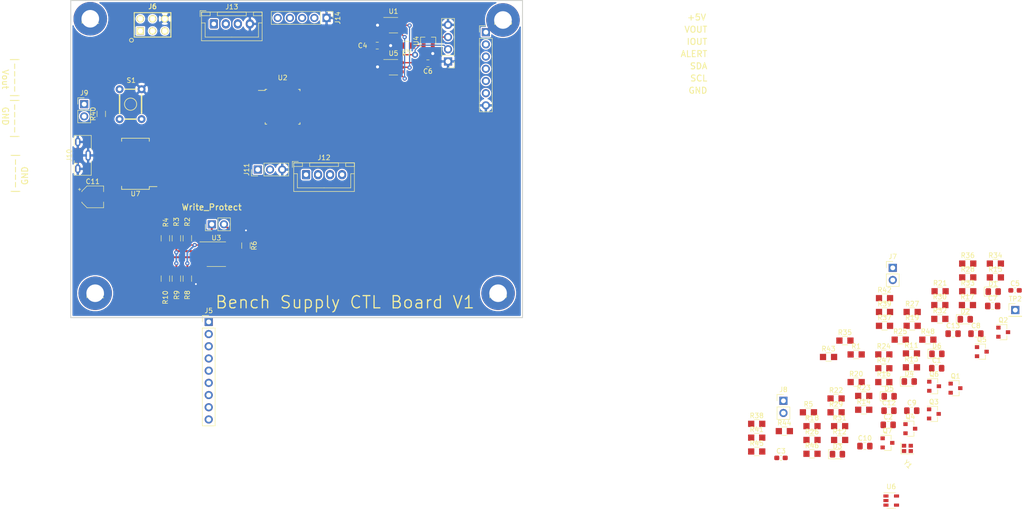
<source format=kicad_pcb>
(kicad_pcb (version 20171130) (host pcbnew "(5.1.5)-3")
  (layers (0 F.Cu signal) (31 B.Cu signal) (34 B.Paste user hide) (35 F.Paste user hide) (36 B.SilkS user hide) (37 F.SilkS user) (38 B.Mask user hide) (39 F.Mask user hide) (44 Edge.Cuts user))
  (net 0 "")
  (net 1 GND)
  (net 2 +5V)
  (net 3 BB_IOUT)
  (net 4 VOUT)
  (net 5 SCL)
  (net 6 SDA)
  (net 7 BB_ALERT)
  (net 8 "Net-(C3-Pad2)")
  (net 9 "Net-(C5-Pad2)")
  (net 10 "Net-(R2-Pad1)")
  (net 11 "Net-(C2-Pad1)")
  (net 12 VREF_2.5)
  (net 13 "Net-(C8-Pad2)")
  (net 14 +3.3V)
  (net 15 RESET)
  (net 16 "Net-(C13-Pad1)")
  (net 17 "Net-(D1-Pad1)")
  (net 18 "Net-(D2-Pad1)")
  (net 19 "Net-(D3-Pad1)")
  (net 20 "Net-(D4-Pad1)")
  (net 21 "Net-(D5-Pad1)")
  (net 22 "Net-(D6-Pad1)")
  (net 23 DISP_CS_3.3)
  (net 24 DISP_RESET_3.3)
  (net 25 DISP_DC_3.3)
  (net 26 MOSI_3.3)
  (net 27 SCK_3.3)
  (net 28 "Net-(J5-Pad7)")
  (net 29 MISO_3.3)
  (net 30 MISO)
  (net 31 SCK)
  (net 32 MOSI)
  (net 33 USB_D+)
  (net 34 USB_D-)
  (net 35 PB2_IO)
  (net 36 ADC0)
  (net 37 ADC1)
  (net 38 ADC2)
  (net 39 ADC3)
  (net 40 "Net-(Q3-Pad2)")
  (net 41 "Net-(Q3-Pad3)")
  (net 42 "Net-(Q4-Pad3)")
  (net 43 "Net-(Q4-Pad2)")
  (net 44 "Net-(Q5-Pad2)")
  (net 45 "Net-(Q5-Pad3)")
  (net 46 DISP_RESET)
  (net 47 "Net-(R3-Pad1)")
  (net 48 "Net-(R10-Pad2)")
  (net 49 "Net-(J1-Pad2)")
  (net 50 3.3V)
  (net 51 LED_PWM)
  (net 52 DISP_DC)
  (net 53 DISP_CS)
  (net 54 "Net-(R45-Pad2)")
  (net 55 "Net-(R46-Pad2)")
  (net 56 VOUT_DAC1)
  (net 57 VOUT_DAC2)
  (module Connector_PinHeader_2.54mm:PinHeader_1x07_P2.54mm_Vertical (layer F.Cu) (at 160.02 59.944)
    (fp_text reference J4 hide)
    (fp_text value "0.1\" Header")
    (pad 7 thru_hole oval (at 0 15.24) (size 1.7 1.7) (drill 1) (layers *.Cu *.Mask) (net 1 GND))
    (pad 6 thru_hole oval (at 0 12.7) (size 1.7 1.7) (drill 1) (layers *.Cu *.Mask) (net 5 SCL))
    (pad 5 thru_hole oval (at 0 10.16) (size 1.7 1.7) (drill 1) (layers *.Cu *.Mask) (net 6 SDA))
    (pad 4 thru_hole oval (at 0 7.62) (size 1.7 1.7) (drill 1) (layers *.Cu *.Mask) (net 7 BB_ALERT))
    (pad 3 thru_hole oval (at 0 5.08) (size 1.7 1.7) (drill 1) (layers *.Cu *.Mask) (net 3 BB_IOUT))
    (pad 2 thru_hole oval (at 0 2.54) (size 1.7 1.7) (drill 1) (layers *.Cu *.Mask) (net 4 VOUT))
    (pad 1 thru_hole rect (at 0 0) (size 1.7 1.7) (drill 1) (layers *.Cu *.Mask) (net 2 +5V))
  )
  (module "Rays Footprints:Mount-Hole-#6" (layer F.Cu) (at 78.74 114.3)
    (fp_text reference MTH2 (at 0 0.5) (layer F.SilkS))
    (fp_text value "Mount Hole")
    (pad 1 thru_hole circle (at 0 0) (size 6.985 6.985) (drill 3.6576) (layers *.Cu *.Mask))
  )
  (module "Rays Footprints:Mount-Hole-#6" (layer F.Cu) (at 162.56 114.3)
    (fp_text reference MTH4 (at 0 0.5) (layer F.SilkS))
    (fp_text value "Mount Hole")
    (pad 1 thru_hole circle (at 0 0) (size 6.985 6.985) (drill 3.6576) (layers *.Cu *.Mask))
  )
  (module "Rays Footprints:C_0805_HandSoldering" (layer F.Cu) (at 253.804601 129.923001)
    (fp_text reference C1 (at 0 -1.65) (layer F.SilkS))
    (fp_text value 100n)
    (pad 2 smd roundrect (at 1.025 0) (size 1.15 1.4) (layers F.Cu F.Paste F.Mask) (roundrect_rratio 0.217) (net 1 GND))
    (pad 1 smd roundrect (at -1.025 0) (size 1.15 1.4) (layers F.Cu F.Paste F.Mask) (roundrect_rratio 0.217) (net 2 +5V))
  )
  (module "Rays Footprints:C_0805_HandSoldering" (layer F.Cu) (at 243.714601 141.713001)
    (fp_text reference C2 (at 0 -1.65) (layer F.SilkS))
    (fp_text value 100n)
    (pad 2 smd roundrect (at 1.025 0) (size 1.15 1.4) (layers F.Cu F.Paste F.Mask) (roundrect_rratio 0.217) (net 1 GND))
    (pad 1 smd roundrect (at -1.025 0) (size 1.15 1.4) (layers F.Cu F.Paste F.Mask) (roundrect_rratio 0.217) (net 11 "Net-(C2-Pad1)"))
  )
  (module "Rays Footprints:C_0603_HandSoldering" (layer F.Cu) (at 221.414601 148.593001)
    (fp_text reference C3 (at 0 -1.43) (layer F.SilkS))
    (fp_text value 15p)
    (pad 1 smd roundrect (at -0.875 0) (size 1.05 0.95) (layers F.Cu F.Paste F.Mask) (net 1 GND))
    (pad 2 smd roundrect (at 0.875 0) (size 1.05 0.95) (layers F.Cu F.Paste F.Mask) (net 8 "Net-(C3-Pad2)"))
  )
  (module "Rays Footprints:C_0805_HandSoldering" (layer F.Cu) (at 137.423 62.738 180)
    (fp_text reference C4 (at 3.048 0) (layer F.SilkS))
    (fp_text value 0.1u)
    (pad 2 smd roundrect (at 1.025 0 180) (size 1.15 1.4) (layers F.Cu F.Paste F.Mask) (roundrect_rratio 0.217) (net 2 +5V))
    (pad 1 smd roundrect (at -1.025 0 180) (size 1.15 1.4) (layers F.Cu F.Paste F.Mask) (roundrect_rratio 0.217) (net 1 GND))
  )
  (module "Rays Footprints:C_0603_HandSoldering" (layer F.Cu) (at 270.104601 113.703001)
    (fp_text reference C5 (at 0 -1.43) (layer F.SilkS))
    (fp_text value 15p)
    (pad 2 smd roundrect (at 0.875 0) (size 1.05 0.95) (layers F.Cu F.Paste F.Mask) (net 9 "Net-(C5-Pad2)"))
    (pad 1 smd roundrect (at -0.875 0) (size 1.05 0.95) (layers F.Cu F.Paste F.Mask) (net 1 GND))
  )
  (module "Rays Footprints:C_0805_HandSoldering" (layer F.Cu) (at 147.964 66.421 180)
    (fp_text reference C6 (at 0 -1.65) (layer F.SilkS))
    (fp_text value 0.1u)
    (pad 1 smd roundrect (at -1.025 0 180) (size 1.15 1.4) (layers F.Cu F.Paste F.Mask) (roundrect_rratio 0.217) (net 1 GND))
    (pad 2 smd roundrect (at 1.025 0 180) (size 1.15 1.4) (layers F.Cu F.Paste F.Mask) (roundrect_rratio 0.217) (net 12 VREF_2.5))
  )
  (module "Rays Footprints:C_0805_HandSoldering" (layer F.Cu) (at 265.454601 116.963001)
    (fp_text reference C7 (at 0 -1.65) (layer F.SilkS))
    (fp_text value 0.1u)
    (pad 1 smd roundrect (at -1.025 0) (size 1.15 1.4) (layers F.Cu F.Paste F.Mask) (roundrect_rratio 0.217) (net 2 +5V))
    (pad 2 smd roundrect (at 1.025 0) (size 1.15 1.4) (layers F.Cu F.Paste F.Mask) (roundrect_rratio 0.217) (net 1 GND))
  )
  (module "Rays Footprints:C_0805_HandSoldering" (layer F.Cu) (at 261.964601 122.723001)
    (fp_text reference C8 (at 0 -1.65) (layer F.SilkS))
    (fp_text value 0.1u)
    (pad 1 smd roundrect (at -1.025 0) (size 1.15 1.4) (layers F.Cu F.Paste F.Mask) (roundrect_rratio 0.217) (net 1 GND))
    (pad 2 smd roundrect (at 1.025 0) (size 1.15 1.4) (layers F.Cu F.Paste F.Mask) (roundrect_rratio 0.217) (net 13 "Net-(C8-Pad2)"))
  )
  (module "Rays Footprints:C_0805_HandSoldering" (layer F.Cu) (at 248.624601 138.763001)
    (fp_text reference C9 (at 0 -1.65) (layer F.SilkS))
    (fp_text value 1.0u)
    (pad 2 smd roundrect (at 1.025 0) (size 1.15 1.4) (layers F.Cu F.Paste F.Mask) (roundrect_rratio 0.217) (net 2 +5V))
    (pad 1 smd roundrect (at -1.025 0) (size 1.15 1.4) (layers F.Cu F.Paste F.Mask) (roundrect_rratio 0.217) (net 1 GND))
  )
  (module "Rays Footprints:C_0805_HandSoldering" (layer F.Cu) (at 238.864601 146.133001)
    (fp_text reference C10 (at 0 -1.65) (layer F.SilkS))
    (fp_text value 1.0u)
    (pad 1 smd roundrect (at -1.025 0) (size 1.15 1.4) (layers F.Cu F.Paste F.Mask) (roundrect_rratio 0.217) (net 1 GND))
    (pad 2 smd roundrect (at 1.025 0) (size 1.15 1.4) (layers F.Cu F.Paste F.Mask) (roundrect_rratio 0.217) (net 14 +3.3V))
  )
  (module Capacitor_SMD:CP_Elec_4x4.5 (layer F.Cu) (at 78.232 94.234)
    (fp_text reference C11 (at 0 -3.2) (layer F.SilkS))
    (fp_text value 10u)
    (pad 1 smd roundrect (at -1.8 0) (size 2.6 1.6) (layers F.Cu F.Paste F.Mask) (roundrect_rratio 0.15625) (net 2 +5V))
    (pad 2 smd roundrect (at 1.8 0) (size 2.6 1.6) (layers F.Cu F.Paste F.Mask) (roundrect_rratio 0.15625) (net 1 GND))
  )
  (module "Rays Footprints:C_0805_HandSoldering" (layer F.Cu) (at 243.874601 138.763001)
    (fp_text reference C12 (at 0 -1.65) (layer F.SilkS))
    (fp_text value 0.1u)
    (pad 1 smd roundrect (at -1.025 0) (size 1.15 1.4) (layers F.Cu F.Paste F.Mask) (roundrect_rratio 0.217) (net 2 +5V))
    (pad 2 smd roundrect (at 1.025 0) (size 1.15 1.4) (layers F.Cu F.Paste F.Mask) (roundrect_rratio 0.217) (net 1 GND))
  )
  (module "Rays Footprints:C_0805_HandSoldering" (layer F.Cu) (at 257.214601 122.723001)
    (fp_text reference C13 (at 0 -1.65) (layer F.SilkS))
    (fp_text value 0.1u)
    (pad 2 smd roundrect (at 1.025 0) (size 1.15 1.4) (layers F.Cu F.Paste F.Mask) (roundrect_rratio 0.217) (net 15 RESET))
    (pad 1 smd roundrect (at -1.025 0) (size 1.15 1.4) (layers F.Cu F.Paste F.Mask) (roundrect_rratio 0.217) (net 16 "Net-(C13-Pad1)"))
  )
  (module LED_SMD:LED_0805_2012Metric_Pad1.15x1.40mm_HandSolder (layer F.Cu) (at 265.559601 113.968001)
    (fp_text reference D1 (at 0 -1.65) (layer F.SilkS))
    (fp_text value LED)
    (pad 2 smd roundrect (at 1.025 0) (size 1.15 1.4) (layers F.Cu F.Paste F.Mask) (roundrect_rratio 0.217391) (net 2 +5V))
    (pad 1 smd roundrect (at -1.025 0) (size 1.15 1.4) (layers F.Cu F.Paste F.Mask) (roundrect_rratio 0.217391) (net 17 "Net-(D1-Pad1)"))
  )
  (module LED_SMD:LED_0805_2012Metric_Pad1.15x1.40mm_HandSolder (layer F.Cu) (at 259.749601 119.728001)
    (fp_text reference D2 (at 0 -1.65) (layer F.SilkS))
    (fp_text value LED)
    (pad 1 smd roundrect (at -1.025 0) (size 1.15 1.4) (layers F.Cu F.Paste F.Mask) (roundrect_rratio 0.217391) (net 18 "Net-(D2-Pad1)"))
    (pad 2 smd roundrect (at 1.025 0) (size 1.15 1.4) (layers F.Cu F.Paste F.Mask) (roundrect_rratio 0.217391) (net 2 +5V))
  )
  (module LED_SMD:LED_0805_2012Metric_Pad1.15x1.40mm_HandSolder (layer F.Cu) (at 233.159601 147.818001)
    (fp_text reference D3 (at 0 -1.65) (layer F.SilkS))
    (fp_text value LED)
    (pad 2 smd roundrect (at 1.025 0) (size 1.15 1.4) (layers F.Cu F.Paste F.Mask) (roundrect_rratio 0.217391) (net 2 +5V))
    (pad 1 smd roundrect (at -1.025 0) (size 1.15 1.4) (layers F.Cu F.Paste F.Mask) (roundrect_rratio 0.217391) (net 19 "Net-(D3-Pad1)"))
  )
  (module LED_SMD:LED_0805_2012Metric_Pad1.15x1.40mm_HandSolder (layer F.Cu) (at 248.099601 132.688001)
    (fp_text reference D4 (at 0 -1.65) (layer F.SilkS))
    (fp_text value LED)
    (pad 1 smd roundrect (at -1.025 0) (size 1.15 1.4) (layers F.Cu F.Paste F.Mask) (roundrect_rratio 0.217391) (net 20 "Net-(D4-Pad1)"))
    (pad 2 smd roundrect (at 1.025 0) (size 1.15 1.4) (layers F.Cu F.Paste F.Mask) (roundrect_rratio 0.217391) (net 2 +5V))
  )
  (module LED_SMD:LED_0805_2012Metric_Pad1.15x1.40mm_HandSolder (layer F.Cu) (at 243.919601 135.768001)
    (fp_text reference D5 (at 0 -1.65) (layer F.SilkS))
    (fp_text value LED)
    (pad 1 smd roundrect (at -1.025 0) (size 1.15 1.4) (layers F.Cu F.Paste F.Mask) (roundrect_rratio 0.217391) (net 21 "Net-(D5-Pad1)"))
    (pad 2 smd roundrect (at 1.025 0) (size 1.15 1.4) (layers F.Cu F.Paste F.Mask) (roundrect_rratio 0.217391) (net 2 +5V))
  )
  (module LED_SMD:LED_0805_2012Metric_Pad1.15x1.40mm_HandSolder (layer F.Cu) (at 253.849601 126.928001)
    (fp_text reference D6 (at 0 -1.65) (layer F.SilkS))
    (fp_text value LED)
    (pad 2 smd roundrect (at 1.025 0) (size 1.15 1.4) (layers F.Cu F.Paste F.Mask) (roundrect_rratio 0.217391) (net 14 +3.3V))
    (pad 1 smd roundrect (at -1.025 0) (size 1.15 1.4) (layers F.Cu F.Paste F.Mask) (roundrect_rratio 0.217391) (net 22 "Net-(D6-Pad1)"))
  )
  (module Connector_PinHeader_2.54mm:PinHeader_1x09_P2.54mm_Vertical (layer F.Cu) (at 102.362 120.269)
    (fp_text reference J5 (at 0 -2.33) (layer F.SilkS))
    (fp_text value "0.1\" Header")
    (pad 1 thru_hole rect (at 0 0) (size 1.7 1.7) (drill 1) (layers *.Cu *.Mask) (net 2 +5V))
    (pad 2 thru_hole oval (at 0 2.54) (size 1.7 1.7) (drill 1) (layers *.Cu *.Mask) (net 23 DISP_CS_3.3))
    (pad 3 thru_hole oval (at 0 5.08) (size 1.7 1.7) (drill 1) (layers *.Cu *.Mask) (net 24 DISP_RESET_3.3))
    (pad 4 thru_hole oval (at 0 7.62) (size 1.7 1.7) (drill 1) (layers *.Cu *.Mask) (net 25 DISP_DC_3.3))
    (pad 5 thru_hole oval (at 0 10.16) (size 1.7 1.7) (drill 1) (layers *.Cu *.Mask) (net 26 MOSI_3.3))
    (pad 6 thru_hole oval (at 0 12.7) (size 1.7 1.7) (drill 1) (layers *.Cu *.Mask) (net 27 SCK_3.3))
    (pad 7 thru_hole oval (at 0 15.24) (size 1.7 1.7) (drill 1) (layers *.Cu *.Mask) (net 28 "Net-(J5-Pad7)"))
    (pad 8 thru_hole oval (at 0 17.78) (size 1.7 1.7) (drill 1) (layers *.Cu *.Mask) (net 29 MISO_3.3))
    (pad 9 thru_hole oval (at 0 20.32) (size 1.7 1.7) (drill 1) (layers *.Cu *.Mask) (net 1 GND))
  )
  (module "Rays Footprints:AVR-ISP-6-TH" (layer F.Cu) (at 90.678 58.42)
    (fp_text reference J6 (at 0 -3.81) (layer F.SilkS) (effects (font (size 1.016 1.016) (thickness 0.2032))))
    (fp_text value AVR-ISP-6 hide)
    (pad 1 thru_hole rect (at -2.54 1.27) (size 1.524 1.524) (drill 1.016) (layers *.Cu *.Mask F.SilkS) (net 30 MISO))
    (pad 2 thru_hole circle (at -2.54 -1.27) (size 1.524 1.524) (drill 1.016) (layers *.Cu *.Mask F.SilkS) (net 2 +5V))
    (pad 3 thru_hole circle (at 0 1.27) (size 1.524 1.524) (drill 1.016) (layers *.Cu *.Mask F.SilkS) (net 31 SCK))
    (pad 4 thru_hole circle (at 0 -1.27) (size 1.524 1.524) (drill 1.016) (layers *.Cu *.Mask F.SilkS) (net 32 MOSI))
    (pad 5 thru_hole circle (at 2.54 1.27) (size 1.524 1.524) (drill 1.016) (layers *.Cu *.Mask F.SilkS) (net 15 RESET))
    (pad 6 thru_hole circle (at 2.54 -1.27) (size 1.524 1.524) (drill 1.016) (layers *.Cu *.Mask F.SilkS) (net 1 GND))
  )
  (module Connector_PinHeader_2.54mm:PinHeader_1x02_P2.54mm_Vertical (layer F.Cu) (at 244.664601 109.013001)
    (fp_text reference J7 (at 0 -2.33) (layer F.SilkS))
    (fp_text value "0.1\" Header")
    (pad 1 thru_hole rect (at 0 0) (size 1.7 1.7) (drill 1) (layers *.Cu *.Mask) (net 1 GND))
    (pad 2 thru_hole oval (at 0 2.54) (size 1.7 1.7) (drill 1) (layers *.Cu *.Mask) (net 1 GND))
  )
  (module Connector_PinHeader_2.54mm:PinHeader_1x02_P2.54mm_Vertical (layer F.Cu) (at 221.924601 136.703001)
    (fp_text reference J8 (at 0 -2.33) (layer F.SilkS))
    (fp_text value "0.1\" Header")
    (pad 1 thru_hole rect (at 0 0) (size 1.7 1.7) (drill 1) (layers *.Cu *.Mask) (net 2 +5V))
    (pad 2 thru_hole oval (at 0 2.54) (size 1.7 1.7) (drill 1) (layers *.Cu *.Mask) (net 2 +5V))
  )
  (module Connector_PinHeader_2.54mm:PinHeader_1x02_P2.54mm_Vertical (layer F.Cu) (at 76.454 74.93)
    (fp_text reference J9 (at 0 -2.33) (layer F.SilkS))
    (fp_text value "0.1\" Header")
    (pad 2 thru_hole oval (at 0 2.54) (size 1.7 1.7) (drill 1) (layers *.Cu *.Mask) (net 14 +3.3V))
    (pad 1 thru_hole rect (at 0 0) (size 1.7 1.7) (drill 1) (layers *.Cu *.Mask) (net 14 +3.3V))
  )
  (module Connector_USB:USB_Micro-B_Molex-105133-0001 (layer F.Cu) (at 76.2 85.598 90)
    (fp_text reference J10 (at 0 -2.85 90) (layer F.SilkS))
    (fp_text value USB_B_Micro)
    (pad 3 smd rect (at 0 -0.825 90) (size 0.45 1.5) (layers F.Cu F.Paste F.Mask) (net 33 USB_D+))
    (pad 4 smd rect (at 0.65 -0.825 90) (size 0.45 1.5) (layers F.Cu F.Paste F.Mask))
    (pad 2 smd rect (at -0.65 -0.825 90) (size 0.45 1.5) (layers F.Cu F.Paste F.Mask) (net 34 USB_D-))
    (pad 5 smd rect (at 1.3 -0.825 90) (size 0.45 1.5) (layers F.Cu F.Paste F.Mask) (net 1 GND))
    (pad 1 smd rect (at -1.3 -0.825 90) (size 0.45 1.5) (layers F.Cu F.Paste F.Mask) (net 2 +5V))
    (pad 6 thru_hole oval (at -2.8 -1.075 90) (size 1.8 1.1) (drill oval 1.2 0.5) (layers *.Cu *.Mask) (net 1 GND))
    (pad 6 thru_hole oval (at 2.8 -1.075 90) (size 1.8 1.1) (drill oval 1.2 0.5) (layers *.Cu *.Mask) (net 1 GND))
    (pad 6 thru_hole oval (at 0 1.075 90) (size 2.2 1.1) (drill oval 1.6 0.5) (layers *.Cu *.Mask) (net 1 GND))
  )
  (module Connector_PinHeader_2.54mm:PinHeader_1x03_P2.54mm_Vertical (layer F.Cu) (at 112.5728 88.5444 90)
    (fp_text reference J11 (at 0 -2.33 90) (layer F.SilkS))
    (fp_text value "0.1\" Header")
    (pad 1 thru_hole rect (at 0 0 90) (size 1.7 1.7) (drill 1) (layers *.Cu *.Mask) (net 2 +5V))
    (pad 2 thru_hole oval (at 0 2.54 90) (size 1.7 1.7) (drill 1) (layers *.Cu *.Mask) (net 35 PB2_IO))
    (pad 3 thru_hole oval (at 0 5.08 90) (size 1.7 1.7) (drill 1) (layers *.Cu *.Mask) (net 1 GND))
  )
  (module Connector_JST:JST_XH_B4B-XH-A_1x04_P2.50mm_Vertical (layer F.Cu) (at 122.6058 89.6112)
    (fp_text reference J12 (at 3.75 -3.55) (layer F.SilkS))
    (fp_text value "1x04 JST")
    (pad 1 thru_hole roundrect (at 0 0) (size 1.7 1.95) (drill 0.95) (layers *.Cu *.Mask) (roundrect_rratio 0.147059))
    (pad 2 thru_hole oval (at 2.5 0) (size 1.7 1.95) (drill 0.95) (layers *.Cu *.Mask) (net 32 MOSI))
    (pad 3 thru_hole oval (at 5 0) (size 1.7 1.95) (drill 0.95) (layers *.Cu *.Mask) (net 30 MISO))
    (pad 4 thru_hole oval (at 7.5 0) (size 1.7 1.95) (drill 0.95) (layers *.Cu *.Mask) (net 31 SCK))
  )
  (module Connector_JST:JST_XH_B4B-XH-A_1x04_P2.50mm_Vertical (layer F.Cu) (at 103.418 58.2168)
    (fp_text reference J13 (at 3.75 -3.55) (layer F.SilkS))
    (fp_text value "1x04 JST")
    (pad 4 thru_hole oval (at 7.5 0) (size 1.7 1.95) (drill 0.95) (layers *.Cu *.Mask) (net 1 GND))
    (pad 3 thru_hole oval (at 5 0) (size 1.7 1.95) (drill 0.95) (layers *.Cu *.Mask) (net 6 SDA))
    (pad 2 thru_hole oval (at 2.5 0) (size 1.7 1.95) (drill 0.95) (layers *.Cu *.Mask) (net 5 SCL))
    (pad 1 thru_hole roundrect (at 0 0) (size 1.7 1.95) (drill 0.95) (layers *.Cu *.Mask) (roundrect_rratio 0.147059) (net 2 +5V))
  )
  (module Connector_PinHeader_2.54mm:PinHeader_1x05_P2.54mm_Vertical (layer F.Cu) (at 126.873 56.9722 270)
    (fp_text reference J14 (at 0 -2.33 90) (layer F.SilkS))
    (fp_text value "0.1\" Header")
    (pad 1 thru_hole rect (at 0 0 270) (size 1.7 1.7) (drill 1) (layers *.Cu *.Mask) (net 1 GND))
    (pad 2 thru_hole oval (at 0 2.54 270) (size 1.7 1.7) (drill 1) (layers *.Cu *.Mask) (net 36 ADC0))
    (pad 3 thru_hole oval (at 0 5.08 270) (size 1.7 1.7) (drill 1) (layers *.Cu *.Mask) (net 37 ADC1))
    (pad 4 thru_hole oval (at 0 7.62 270) (size 1.7 1.7) (drill 1) (layers *.Cu *.Mask) (net 38 ADC2))
    (pad 5 thru_hole oval (at 0 10.16 270) (size 1.7 1.7) (drill 1) (layers *.Cu *.Mask) (net 39 ADC3))
  )
  (module "Rays Footprints:Mount-Hole-#6" (layer F.Cu) (at 77.724 57.15)
    (fp_text reference MTH1 (at 0 0.5) (layer F.SilkS))
    (fp_text value "Mount Hole")
    (pad 1 thru_hole circle (at 0 0) (size 6.985 6.985) (drill 3.6576) (layers *.Cu *.Mask))
  )
  (module "Rays Footprints:Mount-Hole-#6" (layer F.Cu) (at 163.576 57.404)
    (fp_text reference MTH3 (at 0 0.5) (layer F.SilkS))
    (fp_text value "Mount Hole")
    (pad 1 thru_hole circle (at 0 0) (size 6.985 6.985) (drill 3.6576) (layers *.Cu *.Mask))
  )
  (module Package_TO_SOT_SMD:SOT-23 (layer F.Cu) (at 257.714601 134.073001)
    (fp_text reference Q1 (at 0 -2.5) (layer F.SilkS))
    (fp_text value BSS138)
    (pad 1 smd rect (at -1 -0.95) (size 0.9 0.8) (layers F.Cu F.Paste F.Mask) (net 29 MISO_3.3))
    (pad 2 smd rect (at -1 0.95) (size 0.9 0.8) (layers F.Cu F.Paste F.Mask) (net 29 MISO_3.3))
    (pad 3 smd rect (at 1 0) (size 0.9 0.8) (layers F.Cu F.Paste F.Mask) (net 30 MISO))
  )
  (module Package_TO_SOT_SMD:SOT-23 (layer F.Cu) (at 267.644601 122.413001)
    (fp_text reference Q2 (at 0 -2.5) (layer F.SilkS))
    (fp_text value BSS138)
    (pad 1 smd rect (at -1 -0.95) (size 0.9 0.8) (layers F.Cu F.Paste F.Mask) (net 27 SCK_3.3))
    (pad 2 smd rect (at -1 0.95) (size 0.9 0.8) (layers F.Cu F.Paste F.Mask) (net 27 SCK_3.3))
    (pad 3 smd rect (at 1 0) (size 0.9 0.8) (layers F.Cu F.Paste F.Mask) (net 31 SCK))
  )
  (module "Rays Footprints:2N3904-SOT-23" (layer F.Cu) (at 253.224601 139.433001)
    (fp_text reference Q3 (at 0 -2.5) (layer F.SilkS))
    (fp_text value 2N3904)
    (pad 2 smd rect (at -1 -0.95) (size 0.9 0.8) (layers F.Cu F.Paste F.Mask) (net 40 "Net-(Q3-Pad2)"))
    (pad 1 smd rect (at -1 0.95) (size 0.9 0.8) (layers F.Cu F.Paste F.Mask) (net 1 GND))
    (pad 3 smd rect (at 1 0) (size 0.9 0.8) (layers F.Cu F.Paste F.Mask) (net 41 "Net-(Q3-Pad3)"))
  )
  (module "Rays Footprints:2N3904-SOT-23" (layer F.Cu) (at 248.314601 142.513001)
    (fp_text reference Q4 (at 0 -2.5) (layer F.SilkS))
    (fp_text value 2N3904)
    (pad 3 smd rect (at 1 0) (size 0.9 0.8) (layers F.Cu F.Paste F.Mask) (net 42 "Net-(Q4-Pad3)"))
    (pad 1 smd rect (at -1 0.95) (size 0.9 0.8) (layers F.Cu F.Paste F.Mask) (net 1 GND))
    (pad 2 smd rect (at -1 -0.95) (size 0.9 0.8) (layers F.Cu F.Paste F.Mask) (net 43 "Net-(Q4-Pad2)"))
  )
  (module "Rays Footprints:2N3904-SOT-23" (layer F.Cu) (at 263.194601 126.473001)
    (fp_text reference Q5 (at 0 -2.5) (layer F.SilkS))
    (fp_text value 2N3904)
    (pad 2 smd rect (at -1 -0.95) (size 0.9 0.8) (layers F.Cu F.Paste F.Mask) (net 44 "Net-(Q5-Pad2)"))
    (pad 1 smd rect (at -1 0.95) (size 0.9 0.8) (layers F.Cu F.Paste F.Mask) (net 1 GND))
    (pad 3 smd rect (at 1 0) (size 0.9 0.8) (layers F.Cu F.Paste F.Mask) (net 45 "Net-(Q5-Pad3)"))
  )
  (module Package_TO_SOT_SMD:SOT-23 (layer F.Cu) (at 253.264601 133.673001)
    (fp_text reference Q6 (at 0 -2.5) (layer F.SilkS))
    (fp_text value BSS138)
    (pad 3 smd rect (at 1 0) (size 0.9 0.8) (layers F.Cu F.Paste F.Mask) (net 46 DISP_RESET))
    (pad 2 smd rect (at -1 0.95) (size 0.9 0.8) (layers F.Cu F.Paste F.Mask) (net 24 DISP_RESET_3.3))
    (pad 1 smd rect (at -1 -0.95) (size 0.9 0.8) (layers F.Cu F.Paste F.Mask) (net 24 DISP_RESET_3.3))
  )
  (module Package_TO_SOT_SMD:SOT-23 (layer F.Cu) (at 243.564601 145.463001)
    (fp_text reference Q7 (at 0 -2.5) (layer F.SilkS))
    (fp_text value BSS138)
    (pad 3 smd rect (at 1 0) (size 0.9 0.8) (layers F.Cu F.Paste F.Mask) (net 32 MOSI))
    (pad 2 smd rect (at -1 0.95) (size 0.9 0.8) (layers F.Cu F.Paste F.Mask) (net 26 MOSI_3.3))
    (pad 1 smd rect (at -1 -0.95) (size 0.9 0.8) (layers F.Cu F.Paste F.Mask) (net 26 MOSI_3.3))
  )
  (module "Rays Footprints:R_0805_HandSoldering" (layer F.Cu) (at 237.054601 127.048001)
    (fp_text reference R1 (at 0 -1.7) (layer F.SilkS))
    (fp_text value 0/DNP)
    (pad 2 smd rect (at 1.15 0) (size 1.3 1.3) (layers F.Cu F.Paste F.Mask) (net 46 DISP_RESET))
    (pad 1 smd rect (at -1.15 0) (size 1.3 1.3) (layers F.Cu F.Paste F.Mask) (net 35 PB2_IO))
  )
  (module "Rays Footprints:R_0805_HandSoldering" (layer F.Cu) (at 97.917 102.863 90)
    (fp_text reference R2 (at 3.422 0 90) (layer F.SilkS))
    (fp_text value 10k)
    (pad 1 smd rect (at -1.15 0 90) (size 1.3 1.3) (layers F.Cu F.Paste F.Mask) (net 10 "Net-(R2-Pad1)"))
    (pad 2 smd rect (at 1.15 0 90) (size 1.3 1.3) (layers F.Cu F.Paste F.Mask) (net 2 +5V))
  )
  (module "Rays Footprints:R_0805_HandSoldering" (layer F.Cu) (at 95.631 102.863 90)
    (fp_text reference R3 (at 3.422 0 90) (layer F.SilkS))
    (fp_text value 10k)
    (pad 1 smd rect (at -1.15 0 90) (size 1.3 1.3) (layers F.Cu F.Paste F.Mask) (net 47 "Net-(R3-Pad1)"))
    (pad 2 smd rect (at 1.15 0 90) (size 1.3 1.3) (layers F.Cu F.Paste F.Mask) (net 2 +5V))
  )
  (module "Rays Footprints:R_0805_HandSoldering" (layer F.Cu) (at 93.345 102.863 90)
    (fp_text reference R4 (at 3.302 0.078 90) (layer F.SilkS))
    (fp_text value 10k)
    (pad 2 smd rect (at 1.15 0 90) (size 1.3 1.3) (layers F.Cu F.Paste F.Mask) (net 2 +5V))
    (pad 1 smd rect (at -1.15 0 90) (size 1.3 1.3) (layers F.Cu F.Paste F.Mask) (net 48 "Net-(R10-Pad2)"))
  )
  (module "Rays Footprints:R_0805_HandSoldering" (layer F.Cu) (at 227.124601 139.098001)
    (fp_text reference R5 (at 0 -1.7) (layer F.SilkS))
    (fp_text value 1k)
    (pad 2 smd rect (at 1.15 0) (size 1.3 1.3) (layers F.Cu F.Paste F.Mask) (net 2 +5V))
    (pad 1 smd rect (at -1.15 0) (size 1.3 1.3) (layers F.Cu F.Paste F.Mask) (net 15 RESET))
  )
  (module "Rays Footprints:R_0805_HandSoldering" (layer F.Cu) (at 110.109 104.387 270)
    (fp_text reference R6 (at 0 -1.7 90) (layer F.SilkS))
    (fp_text value 10k)
    (pad 1 smd rect (at -1.15 0 270) (size 1.3 1.3) (layers F.Cu F.Paste F.Mask) (net 1 GND))
    (pad 2 smd rect (at 1.15 0 270) (size 1.3 1.3) (layers F.Cu F.Paste F.Mask) (net 49 "Net-(J1-Pad2)"))
  )
  (module "Rays Footprints:R_0805_HandSoldering" (layer F.Cu) (at 143.51 62.738 180)
    (fp_text reference R7 (at 0 -1.7) (layer F.SilkS))
    (fp_text value 25k)
    (pad 1 smd rect (at -1.15 0 180) (size 1.3 1.3) (layers F.Cu F.Paste F.Mask) (net 12 VREF_2.5))
    (pad 2 smd rect (at 1.15 0 180) (size 1.3 1.3) (layers F.Cu F.Paste F.Mask) (net 2 +5V))
  )
  (module "Rays Footprints:R_0805_HandSoldering" (layer F.Cu) (at 97.917 111.259 90)
    (fp_text reference R8 (at -3.422 0 90) (layer F.SilkS))
    (fp_text value 10k)
    (pad 2 smd rect (at 1.15 0 90) (size 1.3 1.3) (layers F.Cu F.Paste F.Mask) (net 10 "Net-(R2-Pad1)"))
    (pad 1 smd rect (at -1.15 0 90) (size 1.3 1.3) (layers F.Cu F.Paste F.Mask) (net 1 GND))
  )
  (module "Rays Footprints:R_0805_HandSoldering" (layer F.Cu) (at 95.631 111.259 90)
    (fp_text reference R9 (at -3.422 0.078 90) (layer F.SilkS))
    (fp_text value 10k)
    (pad 1 smd rect (at -1.15 0 90) (size 1.3 1.3) (layers F.Cu F.Paste F.Mask) (net 1 GND))
    (pad 2 smd rect (at 1.15 0 90) (size 1.3 1.3) (layers F.Cu F.Paste F.Mask) (net 47 "Net-(R3-Pad1)"))
  )
  (module "Rays Footprints:R_0805_HandSoldering" (layer F.Cu) (at 93.345 111.259 90)
    (fp_text reference R10 (at -3.93 0 90) (layer F.SilkS))
    (fp_text value 10k)
    (pad 2 smd rect (at 1.15 0 90) (size 1.3 1.3) (layers F.Cu F.Paste F.Mask) (net 48 "Net-(R10-Pad2)"))
    (pad 1 smd rect (at -1.15 0 90) (size 1.3 1.3) (layers F.Cu F.Paste F.Mask) (net 1 GND))
  )
  (module "Rays Footprints:R_0805_HandSoldering" (layer F.Cu) (at 248.554601 126.848001)
    (fp_text reference R11 (at 0 -1.7) (layer F.SilkS))
    (fp_text value 10k)
    (pad 1 smd rect (at -1.15 0) (size 1.3 1.3) (layers F.Cu F.Paste F.Mask) (net 29 MISO_3.3))
    (pad 2 smd rect (at 1.15 0) (size 1.3 1.3) (layers F.Cu F.Paste F.Mask) (net 50 3.3V))
  )
  (module "Rays Footprints:R_0805_HandSoldering" (layer F.Cu) (at 233.614601 144.858001)
    (fp_text reference R12 (at 0 -1.7) (layer F.SilkS))
    (fp_text value 10k)
    (pad 2 smd rect (at 1.15 0) (size 1.3 1.3) (layers F.Cu F.Paste F.Mask) (net 2 +5V))
    (pad 1 smd rect (at -1.15 0) (size 1.3 1.3) (layers F.Cu F.Paste F.Mask) (net 30 MISO))
  )
  (module "Rays Footprints:R_0805_HandSoldering" (layer F.Cu) (at 248.554601 129.728001)
    (fp_text reference R13 (at 0 -1.7) (layer F.SilkS))
    (fp_text value 10k)
    (pad 1 smd rect (at -1.15 0) (size 1.3 1.3) (layers F.Cu F.Paste F.Mask) (net 27 SCK_3.3))
    (pad 2 smd rect (at 1.15 0) (size 1.3 1.3) (layers F.Cu F.Paste F.Mask) (net 50 3.3V))
  )
  (module "Rays Footprints:R_0805_HandSoldering" (layer F.Cu) (at 238.624601 138.568001)
    (fp_text reference R14 (at 0 -1.7) (layer F.SilkS))
    (fp_text value 10k)
    (pad 2 smd rect (at 1.15 0) (size 1.3 1.3) (layers F.Cu F.Paste F.Mask) (net 2 +5V))
    (pad 1 smd rect (at -1.15 0) (size 1.3 1.3) (layers F.Cu F.Paste F.Mask) (net 31 SCK))
  )
  (module "Rays Footprints:R_0805_HandSoldering" (layer F.Cu) (at 266.014601 111.008001)
    (fp_text reference R15 (at 0 -1.7) (layer F.SilkS))
    (fp_text value 100)
    (pad 2 smd rect (at 1.15 0) (size 1.3 1.3) (layers F.Cu F.Paste F.Mask) (net 28 "Net-(J5-Pad7)"))
    (pad 1 smd rect (at -1.15 0) (size 1.3 1.3) (layers F.Cu F.Paste F.Mask) (net 2 +5V))
  )
  (module "Rays Footprints:R_0805_HandSoldering" (layer F.Cu) (at 242.804601 132.808001)
    (fp_text reference R16 (at 0 -1.7) (layer F.SilkS))
    (fp_text value 50k)
    (pad 1 smd rect (at -1.15 0) (size 1.3 1.3) (layers F.Cu F.Paste F.Mask) (net 2 +5V))
    (pad 2 smd rect (at 1.15 0) (size 1.3 1.3) (layers F.Cu F.Paste F.Mask) (net 42 "Net-(Q4-Pad3)"))
  )
  (module "Rays Footprints:R_0805_HandSoldering" (layer F.Cu) (at 260.204601 116.768001)
    (fp_text reference R17 (at 0 -1.7) (layer F.SilkS))
    (fp_text value 2k)
    (pad 2 smd rect (at 1.15 0) (size 1.3 1.3) (layers F.Cu F.Paste F.Mask) (net 17 "Net-(D1-Pad1)"))
    (pad 1 smd rect (at -1.15 0) (size 1.3 1.3) (layers F.Cu F.Paste F.Mask) (net 41 "Net-(Q3-Pad3)"))
  )
  (module "Rays Footprints:R_0805_HandSoldering" (layer F.Cu) (at 227.864601 141.978001)
    (fp_text reference R18 (at 0 -1.7) (layer F.SilkS))
    (fp_text value 10k/DNP)
    (pad 1 smd rect (at -1.15 0) (size 1.3 1.3) (layers F.Cu F.Paste F.Mask) (net 51 LED_PWM))
    (pad 2 smd rect (at 1.15 0) (size 1.3 1.3) (layers F.Cu F.Paste F.Mask) (net 28 "Net-(J5-Pad7)"))
  )
  (module "Rays Footprints:R_0805_HandSoldering" (layer F.Cu) (at 248.704601 121.088001)
    (fp_text reference R19 (at 0 -1.7) (layer F.SilkS))
    (fp_text value 2k)
    (pad 1 smd rect (at -1.15 0) (size 1.3 1.3) (layers F.Cu F.Paste F.Mask) (net 45 "Net-(Q5-Pad3)"))
    (pad 2 smd rect (at 1.15 0) (size 1.3 1.3) (layers F.Cu F.Paste F.Mask) (net 18 "Net-(D2-Pad1)"))
  )
  (module "Rays Footprints:R_0805_HandSoldering" (layer F.Cu) (at 237.054601 132.808001)
    (fp_text reference R20 (at 0 -1.7) (layer F.SilkS))
    (fp_text value 10k)
    (pad 2 smd rect (at 1.15 0) (size 1.3 1.3) (layers F.Cu F.Paste F.Mask) (net 2 +5V))
    (pad 1 smd rect (at -1.15 0) (size 1.3 1.3) (layers F.Cu F.Paste F.Mask) (net 5 SCL))
  )
  (module "Rays Footprints:R_0805_HandSoldering" (layer F.Cu) (at 254.514601 113.888001)
    (fp_text reference R21 (at 0 -1.7) (layer F.SilkS))
    (fp_text value 10k)
    (pad 1 smd rect (at -1.15 0) (size 1.3 1.3) (layers F.Cu F.Paste F.Mask) (net 6 SDA))
    (pad 2 smd rect (at 1.15 0) (size 1.3 1.3) (layers F.Cu F.Paste F.Mask) (net 2 +5V))
  )
  (module "Rays Footprints:R_0805_HandSoldering" (layer F.Cu) (at 232.874601 136.218001)
    (fp_text reference R22 (at 0 -1.7) (layer F.SilkS))
    (fp_text value 19.4k/DNP)
    (pad 1 smd rect (at -1.15 0) (size 1.3 1.3) (layers F.Cu F.Paste F.Mask) (net 1 GND))
    (pad 2 smd rect (at 1.15 0) (size 1.3 1.3) (layers F.Cu F.Paste F.Mask) (net 28 "Net-(J5-Pad7)"))
  )
  (module "Rays Footprints:R_0805_HandSoldering" (layer F.Cu) (at 238.624601 135.688001)
    (fp_text reference R23 (at 0 -1.7) (layer F.SilkS))
    (fp_text value 10k)
    (pad 2 smd rect (at 1.15 0) (size 1.3 1.3) (layers F.Cu F.Paste F.Mask) (net 40 "Net-(Q3-Pad2)"))
    (pad 1 smd rect (at -1.15 0) (size 1.3 1.3) (layers F.Cu F.Paste F.Mask) (net 42 "Net-(Q4-Pad3)"))
  )
  (module "Rays Footprints:R_0805_HandSoldering" (layer F.Cu) (at 242.804601 127.048001)
    (fp_text reference R24 (at 0 -1.7) (layer F.SilkS))
    (fp_text value 10k)
    (pad 1 smd rect (at -1.15 0) (size 1.3 1.3) (layers F.Cu F.Paste F.Mask) (net 1 GND))
    (pad 2 smd rect (at 1.15 0) (size 1.3 1.3) (layers F.Cu F.Paste F.Mask) (net 29 MISO_3.3))
  )
  (module "Rays Footprints:R_0805_HandSoldering" (layer F.Cu) (at 246.214601 123.968001)
    (fp_text reference R25 (at 0 -1.7) (layer F.SilkS))
    (fp_text value 10k)
    (pad 1 smd rect (at -1.15 0) (size 1.3 1.3) (layers F.Cu F.Paste F.Mask) (net 29 MISO_3.3))
    (pad 2 smd rect (at 1.15 0) (size 1.3 1.3) (layers F.Cu F.Paste F.Mask) (net 30 MISO))
  )
  (module "Rays Footprints:R_0805_HandSoldering" (layer F.Cu) (at 227.864601 144.858001)
    (fp_text reference R26 (at 0 -1.7) (layer F.SilkS))
    (fp_text value 10k)
    (pad 2 smd rect (at 1.15 0) (size 1.3 1.3) (layers F.Cu F.Paste F.Mask) (net 27 SCK_3.3))
    (pad 1 smd rect (at -1.15 0) (size 1.3 1.3) (layers F.Cu F.Paste F.Mask) (net 1 GND))
  )
  (module "Rays Footprints:R_0805_HandSoldering" (layer F.Cu) (at 248.704601 118.208001)
    (fp_text reference R27 (at 0 -1.7) (layer F.SilkS))
    (fp_text value 10k)
    (pad 1 smd rect (at -1.15 0) (size 1.3 1.3) (layers F.Cu F.Paste F.Mask) (net 27 SCK_3.3))
    (pad 2 smd rect (at 1.15 0) (size 1.3 1.3) (layers F.Cu F.Paste F.Mask) (net 31 SCK))
  )
  (module "Rays Footprints:R_0805_HandSoldering" (layer F.Cu) (at 260.264601 111.008001)
    (fp_text reference R28 (at 0 -1.7) (layer F.SilkS))
    (fp_text value 50k)
    (pad 2 smd rect (at 1.15 0) (size 1.3 1.3) (layers F.Cu F.Paste F.Mask) (net 43 "Net-(Q4-Pad2)"))
    (pad 1 smd rect (at -1.15 0) (size 1.3 1.3) (layers F.Cu F.Paste F.Mask) (net 5 SCL))
  )
  (module "Rays Footprints:R_0805_HandSoldering" (layer F.Cu) (at 232.874601 139.098001)
    (fp_text reference R29 (at 0 -1.7) (layer F.SilkS))
    (fp_text value 50k)
    (pad 1 smd rect (at -1.15 0) (size 1.3 1.3) (layers F.Cu F.Paste F.Mask) (net 31 SCK))
    (pad 2 smd rect (at 1.15 0) (size 1.3 1.3) (layers F.Cu F.Paste F.Mask) (net 44 "Net-(Q5-Pad2)"))
  )
  (module "Rays Footprints:R_0805_HandSoldering" (layer F.Cu) (at 254.454601 116.768001)
    (fp_text reference R30 (at 0 -1.7) (layer F.SilkS))
    (fp_text value 10k/DNP)
    (pad 2 smd rect (at 1.15 0) (size 1.3 1.3) (layers F.Cu F.Paste F.Mask) (net 24 DISP_RESET_3.3))
    (pad 1 smd rect (at -1.15 0) (size 1.3 1.3) (layers F.Cu F.Paste F.Mask) (net 15 RESET))
  )
  (module "Rays Footprints:R_0805_HandSoldering" (layer F.Cu) (at 233.614601 141.978001)
    (fp_text reference R31 (at 0 -1.7) (layer F.SilkS))
    (fp_text value 19.4k/DNP)
    (pad 1 smd rect (at -1.15 0) (size 1.3 1.3) (layers F.Cu F.Paste F.Mask) (net 24 DISP_RESET_3.3))
    (pad 2 smd rect (at 1.15 0) (size 1.3 1.3) (layers F.Cu F.Paste F.Mask) (net 1 GND))
  )
  (module "Rays Footprints:R_0805_HandSoldering" (layer F.Cu) (at 254.454601 119.648001)
    (fp_text reference R32 (at 0 -1.7) (layer F.SilkS))
    (fp_text value 10k)
    (pad 2 smd rect (at 1.15 0) (size 1.3 1.3) (layers F.Cu F.Paste F.Mask) (net 52 DISP_DC))
    (pad 1 smd rect (at -1.15 0) (size 1.3 1.3) (layers F.Cu F.Paste F.Mask) (net 25 DISP_DC_3.3))
  )
  (module "Rays Footprints:R_0805_HandSoldering" (layer F.Cu) (at 260.264601 113.888001)
    (fp_text reference R33 (at 0 -1.7) (layer F.SilkS))
    (fp_text value 10k)
    (pad 2 smd rect (at 1.15 0) (size 1.3 1.3) (layers F.Cu F.Paste F.Mask) (net 53 DISP_CS))
    (pad 1 smd rect (at -1.15 0) (size 1.3 1.3) (layers F.Cu F.Paste F.Mask) (net 23 DISP_CS_3.3))
  )
  (module "Rays Footprints:R_0805_HandSoldering" (layer F.Cu) (at 266.014601 108.128001)
    (fp_text reference R34 (at 0 -1.7) (layer F.SilkS))
    (fp_text value 10k)
    (pad 2 smd rect (at 1.15 0) (size 1.3 1.3) (layers F.Cu F.Paste F.Mask) (net 50 3.3V))
    (pad 1 smd rect (at -1.15 0) (size 1.3 1.3) (layers F.Cu F.Paste F.Mask) (net 24 DISP_RESET_3.3))
  )
  (module "Rays Footprints:R_0805_HandSoldering" (layer F.Cu) (at 234.714601 124.168001)
    (fp_text reference R35 (at 0 -1.7) (layer F.SilkS))
    (fp_text value 10k)
    (pad 2 smd rect (at 1.15 0) (size 1.3 1.3) (layers F.Cu F.Paste F.Mask) (net 2 +5V))
    (pad 1 smd rect (at -1.15 0) (size 1.3 1.3) (layers F.Cu F.Paste F.Mask) (net 46 DISP_RESET))
  )
  (module "Rays Footprints:R_0805_HandSoldering" (layer F.Cu) (at 260.264601 108.128001)
    (fp_text reference R36 (at 0 -1.7) (layer F.SilkS))
    (fp_text value 10k)
    (pad 2 smd rect (at 1.15 0) (size 1.3 1.3) (layers F.Cu F.Paste F.Mask) (net 50 3.3V))
    (pad 1 smd rect (at -1.15 0) (size 1.3 1.3) (layers F.Cu F.Paste F.Mask) (net 26 MOSI_3.3))
  )
  (module "Rays Footprints:R_0805_HandSoldering" (layer F.Cu) (at 242.954601 121.088001)
    (fp_text reference R37 (at 0 -1.7) (layer F.SilkS))
    (fp_text value 10k)
    (pad 2 smd rect (at 1.15 0) (size 1.3 1.3) (layers F.Cu F.Paste F.Mask) (net 2 +5V))
    (pad 1 smd rect (at -1.15 0) (size 1.3 1.3) (layers F.Cu F.Paste F.Mask) (net 32 MOSI))
  )
  (module "Rays Footprints:R_0805_HandSoldering" (layer F.Cu) (at 216.364601 141.498001)
    (fp_text reference R38 (at 0 -1.7) (layer F.SilkS))
    (fp_text value 19.4k)
    (pad 1 smd rect (at -1.15 0) (size 1.3 1.3) (layers F.Cu F.Paste F.Mask) (net 1 GND))
    (pad 2 smd rect (at 1.15 0) (size 1.3 1.3) (layers F.Cu F.Paste F.Mask) (net 25 DISP_DC_3.3))
  )
  (module "Rays Footprints:R_0805_HandSoldering" (layer F.Cu) (at 242.954601 118.208001)
    (fp_text reference R39 (at 0 -1.7) (layer F.SilkS))
    (fp_text value 19.4k)
    (pad 1 smd rect (at -1.15 0) (size 1.3 1.3) (layers F.Cu F.Paste F.Mask) (net 1 GND))
    (pad 2 smd rect (at 1.15 0) (size 1.3 1.3) (layers F.Cu F.Paste F.Mask) (net 23 DISP_CS_3.3))
  )
  (module "Rays Footprints:R_0805_HandSoldering" (layer F.Cu) (at 80.01 76.962 90)
    (fp_text reference R40 (at 0 -1.7 90) (layer F.SilkS))
    (fp_text value 0)
    (pad 1 smd rect (at -1.15 0 90) (size 1.3 1.3) (layers F.Cu F.Paste F.Mask) (net 13 "Net-(C8-Pad2)"))
    (pad 2 smd rect (at 1.15 0 90) (size 1.3 1.3) (layers F.Cu F.Paste F.Mask) (net 14 +3.3V))
  )
  (module "Rays Footprints:R_0805_HandSoldering" (layer F.Cu) (at 216.364601 144.378001)
    (fp_text reference R41 (at 0 -1.7) (layer F.SilkS))
    (fp_text value 10k)
    (pad 2 smd rect (at 1.15 0) (size 1.3 1.3) (layers F.Cu F.Paste F.Mask) (net 24 DISP_RESET_3.3))
    (pad 1 smd rect (at -1.15 0) (size 1.3 1.3) (layers F.Cu F.Paste F.Mask) (net 1 GND))
  )
  (module "Rays Footprints:R_0805_HandSoldering" (layer F.Cu) (at 242.954601 115.328001)
    (fp_text reference R42 (at 0 -1.7) (layer F.SilkS))
    (fp_text value 10k)
    (pad 1 smd rect (at -1.15 0) (size 1.3 1.3) (layers F.Cu F.Paste F.Mask) (net 24 DISP_RESET_3.3))
    (pad 2 smd rect (at 1.15 0) (size 1.3 1.3) (layers F.Cu F.Paste F.Mask) (net 46 DISP_RESET))
  )
  (module "Rays Footprints:R_0805_HandSoldering" (layer F.Cu) (at 231.304601 127.578001)
    (fp_text reference R43 (at 0 -1.7) (layer F.SilkS))
    (fp_text value 10k)
    (pad 1 smd rect (at -1.15 0) (size 1.3 1.3) (layers F.Cu F.Paste F.Mask) (net 1 GND))
    (pad 2 smd rect (at 1.15 0) (size 1.3 1.3) (layers F.Cu F.Paste F.Mask) (net 26 MOSI_3.3))
  )
  (module "Rays Footprints:R_0805_HandSoldering" (layer F.Cu) (at 222.114601 143.018001)
    (fp_text reference R44 (at 0 -1.7) (layer F.SilkS))
    (fp_text value 10k)
    (pad 2 smd rect (at 1.15 0) (size 1.3 1.3) (layers F.Cu F.Paste F.Mask) (net 32 MOSI))
    (pad 1 smd rect (at -1.15 0) (size 1.3 1.3) (layers F.Cu F.Paste F.Mask) (net 26 MOSI_3.3))
  )
  (module "Rays Footprints:R_0805_HandSoldering" (layer F.Cu) (at 216.364601 147.258001)
    (fp_text reference R45 (at 0 -1.7) (layer F.SilkS))
    (fp_text value 2k)
    (pad 2 smd rect (at 1.15 0) (size 1.3 1.3) (layers F.Cu F.Paste F.Mask) (net 54 "Net-(R45-Pad2)"))
    (pad 1 smd rect (at -1.15 0) (size 1.3 1.3) (layers F.Cu F.Paste F.Mask) (net 19 "Net-(D3-Pad1)"))
  )
  (module "Rays Footprints:R_0805_HandSoldering" (layer F.Cu) (at 227.864601 147.738001)
    (fp_text reference R46 (at 0 -1.7) (layer F.SilkS))
    (fp_text value 2k)
    (pad 1 smd rect (at -1.15 0) (size 1.3 1.3) (layers F.Cu F.Paste F.Mask) (net 20 "Net-(D4-Pad1)"))
    (pad 2 smd rect (at 1.15 0) (size 1.3 1.3) (layers F.Cu F.Paste F.Mask) (net 55 "Net-(R46-Pad2)"))
  )
  (module "Rays Footprints:R_0805_HandSoldering" (layer F.Cu) (at 242.804601 129.928001)
    (fp_text reference R47 (at 0 -1.7) (layer F.SilkS))
    (fp_text value 3k)
    (pad 2 smd rect (at 1.15 0) (size 1.3 1.3) (layers F.Cu F.Paste F.Mask) (net 1 GND))
    (pad 1 smd rect (at -1.15 0) (size 1.3 1.3) (layers F.Cu F.Paste F.Mask) (net 21 "Net-(D5-Pad1)"))
  )
  (module "Rays Footprints:R_0805_HandSoldering" (layer F.Cu) (at 251.964601 123.968001)
    (fp_text reference R48 (at 0 -1.7) (layer F.SilkS))
    (fp_text value 1.3k)
    (pad 1 smd rect (at -1.15 0) (size 1.3 1.3) (layers F.Cu F.Paste F.Mask) (net 22 "Net-(D6-Pad1)"))
    (pad 2 smd rect (at 1.15 0) (size 1.3 1.3) (layers F.Cu F.Paste F.Mask) (net 1 GND))
  )
  (module "Rays Footprints:Momentary_Push_Button_KM_6x6" (layer F.Cu) (at 86.106 74.93)
    (fp_text reference S1 (at 0.127 -4.953) (layer F.SilkS))
    (fp_text value Momentary_Push_Buttom_KM_6x6)
    (pad 4 thru_hole circle (at 2.286 3.1115) (size 1.651 1.651) (drill 0.7874) (layers *.Cu *.Mask))
    (pad 2 thru_hole circle (at -2.286 3.1115) (size 1.651 1.651) (drill 0.7874) (layers *.Cu *.Mask))
    (pad 3 thru_hole circle (at 2.286 -3.1115) (size 1.651 1.651) (drill 0.7874) (layers *.Cu *.Mask) (net 1 GND))
    (pad 1 thru_hole circle (at -2.286 -3.1115) (size 1.651 1.651) (drill 0.7874) (layers *.Cu *.Mask) (net 15 RESET))
  )
  (module Connector_PinHeader_2.54mm:PinHeader_1x04_P2.54mm_Vertical (layer F.Cu) (at 152.146 66.04 180)
    (fp_text reference TP1 hide)
    (fp_text value "0.1\" Header")
    (pad 1 thru_hole rect (at 0 0 180) (size 1.7 1.7) (drill 1) (layers *.Cu *.Mask) (net 1 GND))
    (pad 2 thru_hole oval (at 0 2.54 180) (size 1.7 1.7) (drill 1) (layers *.Cu *.Mask) (net 56 VOUT_DAC1))
    (pad 3 thru_hole oval (at 0 5.08 180) (size 1.7 1.7) (drill 1) (layers *.Cu *.Mask) (net 57 VOUT_DAC2))
    (pad 4 thru_hole oval (at 0 7.62 180) (size 1.7 1.7) (drill 1) (layers *.Cu *.Mask) (net 1 GND))
  )
  (module Connector_PinHeader_2.54mm:PinHeader_1x01_P2.54mm_Vertical (layer F.Cu) (at 270.154601 117.813001)
    (fp_text reference TP2 (at 0 -2.33) (layer F.SilkS))
    (fp_text value TestPoint)
    (pad 1 thru_hole rect (at 0 0) (size 1.7 1.7) (drill 1) (layers *.Cu *.Mask) (net 15 RESET))
  )
  (module Package_TO_SOT_SMD:SOT-23-6_Handsoldering (layer F.Cu) (at 140.796 58.486)
    (fp_text reference U1 (at 0 -2.9) (layer F.SilkS))
    (fp_text value MCP4716AxT-ECH)
    (pad 5 smd rect (at 1.35 0) (size 1.56 0.65) (layers F.Cu F.Paste F.Mask) (net 5 SCL))
    (pad 6 smd rect (at 1.35 -0.95) (size 1.56 0.65) (layers F.Cu F.Paste F.Mask) (net 12 VREF_2.5))
    (pad 4 smd rect (at 1.35 0.95) (size 1.56 0.65) (layers F.Cu F.Paste F.Mask) (net 6 SDA))
    (pad 3 smd rect (at -1.35 0.95) (size 1.56 0.65) (layers F.Cu F.Paste F.Mask) (net 2 +5V))
    (pad 2 smd rect (at -1.35 0) (size 1.56 0.65) (layers F.Cu F.Paste F.Mask) (net 1 GND))
    (pad 1 smd rect (at -1.35 -0.95) (size 1.56 0.65) (layers F.Cu F.Paste F.Mask) (net 57 VOUT_DAC2))
  )
  (module Package_QFP:TQFP-32_7x7mm_P0.8mm (layer F.Cu) (at 117.7354 75.4716)
    (fp_text reference U2 (at 0 -6.05) (layer F.SilkS))
    (fp_text value ATmega328P-AU)
    (pad 1 smd rect (at -4.25 -2.8) (size 1.6 0.55) (layers F.Cu F.Paste F.Mask))
    (pad 2 smd rect (at -4.25 -2) (size 1.6 0.55) (layers F.Cu F.Paste F.Mask))
    (pad 3 smd rect (at -4.25 -1.2) (size 1.6 0.55) (layers F.Cu F.Paste F.Mask) (net 1 GND))
    (pad 4 smd rect (at -4.25 -0.4) (size 1.6 0.55) (layers F.Cu F.Paste F.Mask) (net 2 +5V))
    (pad 5 smd rect (at -4.25 0.4) (size 1.6 0.55) (layers F.Cu F.Paste F.Mask) (net 1 GND))
    (pad 6 smd rect (at -4.25 1.2) (size 1.6 0.55) (layers F.Cu F.Paste F.Mask) (net 2 +5V))
    (pad 7 smd rect (at -4.25 2) (size 1.6 0.55) (layers F.Cu F.Paste F.Mask) (net 8 "Net-(C3-Pad2)"))
    (pad 8 smd rect (at -4.25 2.8) (size 1.6 0.55) (layers F.Cu F.Paste F.Mask) (net 9 "Net-(C5-Pad2)"))
    (pad 9 smd rect (at -2.8 4.25 90) (size 1.6 0.55) (layers F.Cu F.Paste F.Mask))
    (pad 10 smd rect (at -2 4.25 90) (size 1.6 0.55) (layers F.Cu F.Paste F.Mask) (net 53 DISP_CS))
    (pad 11 smd rect (at -1.2 4.25 90) (size 1.6 0.55) (layers F.Cu F.Paste F.Mask) (net 52 DISP_DC))
    (pad 12 smd rect (at -0.4 4.25 90) (size 1.6 0.55) (layers F.Cu F.Paste F.Mask) (net 7 BB_ALERT))
    (pad 13 smd rect (at 0.4 4.25 90) (size 1.6 0.55) (layers F.Cu F.Paste F.Mask) (net 51 LED_PWM))
    (pad 14 smd rect (at 1.2 4.25 90) (size 1.6 0.55) (layers F.Cu F.Paste F.Mask) (net 35 PB2_IO))
    (pad 15 smd rect (at 2 4.25 90) (size 1.6 0.55) (layers F.Cu F.Paste F.Mask) (net 32 MOSI))
    (pad 16 smd rect (at 2.8 4.25 90) (size 1.6 0.55) (layers F.Cu F.Paste F.Mask) (net 30 MISO))
    (pad 17 smd rect (at 4.25 2.8) (size 1.6 0.55) (layers F.Cu F.Paste F.Mask) (net 31 SCK))
    (pad 18 smd rect (at 4.25 2) (size 1.6 0.55) (layers F.Cu F.Paste F.Mask) (net 2 +5V))
    (pad 19 smd rect (at 4.25 1.2) (size 1.6 0.55) (layers F.Cu F.Paste F.Mask) (net 3 BB_IOUT))
    (pad 20 smd rect (at 4.25 0.4) (size 1.6 0.55) (layers F.Cu F.Paste F.Mask) (net 11 "Net-(C2-Pad1)"))
    (pad 21 smd rect (at 4.25 -0.4) (size 1.6 0.55) (layers F.Cu F.Paste F.Mask) (net 1 GND))
    (pad 22 smd rect (at 4.25 -1.2) (size 1.6 0.55) (layers F.Cu F.Paste F.Mask) (net 4 VOUT))
    (pad 23 smd rect (at 4.25 -2) (size 1.6 0.55) (layers F.Cu F.Paste F.Mask) (net 36 ADC0))
    (pad 24 smd rect (at 4.25 -2.8) (size 1.6 0.55) (layers F.Cu F.Paste F.Mask) (net 37 ADC1))
    (pad 25 smd rect (at 2.8 -4.25 90) (size 1.6 0.55) (layers F.Cu F.Paste F.Mask) (net 38 ADC2))
    (pad 26 smd rect (at 2 -4.25 90) (size 1.6 0.55) (layers F.Cu F.Paste F.Mask) (net 39 ADC3))
    (pad 27 smd rect (at 1.2 -4.25 90) (size 1.6 0.55) (layers F.Cu F.Paste F.Mask) (net 6 SDA))
    (pad 28 smd rect (at 0.4 -4.25 90) (size 1.6 0.55) (layers F.Cu F.Paste F.Mask) (net 5 SCL))
    (pad 29 smd rect (at -0.4 -4.25 90) (size 1.6 0.55) (layers F.Cu F.Paste F.Mask) (net 15 RESET))
    (pad 30 smd rect (at -1.2 -4.25 90) (size 1.6 0.55) (layers F.Cu F.Paste F.Mask))
    (pad 31 smd rect (at -2 -4.25 90) (size 1.6 0.55) (layers F.Cu F.Paste F.Mask))
    (pad 32 smd rect (at -2.8 -4.25 90) (size 1.6 0.55) (layers F.Cu F.Paste F.Mask))
  )
  (module Package_SO:SOIC-8_3.9x4.9mm_P1.27mm (layer F.Cu) (at 103.948 106.172)
    (fp_text reference U3 (at 0 -3.4) (layer F.SilkS))
    (fp_text value 24LC04)
    (pad 1 smd roundrect (at -2.475 -1.905) (size 1.95 0.6) (layers F.Cu F.Paste F.Mask) (net 10 "Net-(R2-Pad1)"))
    (pad 2 smd roundrect (at -2.475 -0.635) (size 1.95 0.6) (layers F.Cu F.Paste F.Mask) (net 47 "Net-(R3-Pad1)"))
    (pad 3 smd roundrect (at -2.475 0.635) (size 1.95 0.6) (layers F.Cu F.Paste F.Mask) (net 48 "Net-(R10-Pad2)"))
    (pad 4 smd roundrect (at -2.475 1.905) (size 1.95 0.6) (layers F.Cu F.Paste F.Mask) (net 1 GND))
    (pad 5 smd roundrect (at 2.475 1.905) (size 1.95 0.6) (layers F.Cu F.Paste F.Mask) (net 6 SDA))
    (pad 6 smd roundrect (at 2.475 0.635) (size 1.95 0.6) (layers F.Cu F.Paste F.Mask) (net 5 SCL))
    (pad 7 smd roundrect (at 2.475 -0.635) (size 1.95 0.6) (layers F.Cu F.Paste F.Mask) (net 49 "Net-(J1-Pad2)"))
    (pad 8 smd roundrect (at 2.475 -1.905) (size 1.95 0.6) (layers F.Cu F.Paste F.Mask) (net 2 +5V))
  )
  (module Package_TO_SOT_SMD:SOT-23 (layer F.Cu) (at 148.016 61.738 90)
    (fp_text reference U4 (at 0 -2.5 90) (layer F.SilkS))
    (fp_text value LM4040DBZ-2.5)
    (pad 1 smd rect (at -1 -0.95 90) (size 0.9 0.8) (layers F.Cu F.Paste F.Mask) (net 12 VREF_2.5))
    (pad 2 smd rect (at -1 0.95 90) (size 0.9 0.8) (layers F.Cu F.Paste F.Mask) (net 1 GND))
    (pad 3 smd rect (at 1 0 90) (size 0.9 0.8) (layers F.Cu F.Paste F.Mask))
  )
  (module Package_TO_SOT_SMD:SOT-23-6_Handsoldering (layer F.Cu) (at 140.796 67.244)
    (fp_text reference U5 (at 0 -2.9) (layer F.SilkS))
    (fp_text value MCP4716AxT-ECH)
    (pad 1 smd rect (at -1.35 -0.95) (size 1.56 0.65) (layers F.Cu F.Paste F.Mask) (net 56 VOUT_DAC1))
    (pad 2 smd rect (at -1.35 0) (size 1.56 0.65) (layers F.Cu F.Paste F.Mask) (net 1 GND))
    (pad 3 smd rect (at -1.35 0.95) (size 1.56 0.65) (layers F.Cu F.Paste F.Mask) (net 2 +5V))
    (pad 4 smd rect (at 1.35 0.95) (size 1.56 0.65) (layers F.Cu F.Paste F.Mask) (net 6 SDA))
    (pad 6 smd rect (at 1.35 -0.95) (size 1.56 0.65) (layers F.Cu F.Paste F.Mask) (net 12 VREF_2.5))
    (pad 5 smd rect (at 1.35 0) (size 1.56 0.65) (layers F.Cu F.Paste F.Mask) (net 5 SCL))
  )
  (module Package_TO_SOT_SMD:SOT-23-5 (layer F.Cu) (at 244.348 157.48)
    (fp_text reference U6 (at 0 -2.9) (layer F.SilkS))
    (fp_text value MIC5365-3.3YD5)
    (pad 1 smd rect (at -1.1 -0.95) (size 1.06 0.65) (layers F.Cu F.Paste F.Mask) (net 2 +5V))
    (pad 2 smd rect (at -1.1 0) (size 1.06 0.65) (layers F.Cu F.Paste F.Mask) (net 1 GND))
    (pad 3 smd rect (at -1.1 0.95) (size 1.06 0.65) (layers F.Cu F.Paste F.Mask) (net 2 +5V))
    (pad 4 smd rect (at 1.1 0.95) (size 1.06 0.65) (layers F.Cu F.Paste F.Mask))
    (pad 5 smd rect (at 1.1 -0.95) (size 1.06 0.65) (layers F.Cu F.Paste F.Mask) (net 14 +3.3V))
  )
  (module Package_SO:SSOP-28_5.3x10.2mm_P0.65mm (layer F.Cu) (at 87.122 87.3466 180)
    (fp_text reference U7 (at 0 -6.25) (layer F.SilkS))
    (fp_text value FT232RL)
    (pad 1 smd rect (at -3.6 -4.225 180) (size 1.75 0.45) (layers F.Cu F.Paste F.Mask))
    (pad 2 smd rect (at -3.6 -3.575 180) (size 1.75 0.45) (layers F.Cu F.Paste F.Mask))
    (pad 3 smd rect (at -3.6 -2.925 180) (size 1.75 0.45) (layers F.Cu F.Paste F.Mask))
    (pad 4 smd rect (at -3.6 -2.275 180) (size 1.75 0.45) (layers F.Cu F.Paste F.Mask) (net 2 +5V))
    (pad 5 smd rect (at -3.6 -1.625 180) (size 1.75 0.45) (layers F.Cu F.Paste F.Mask))
    (pad 6 smd rect (at -3.6 -0.975 180) (size 1.75 0.45) (layers F.Cu F.Paste F.Mask))
    (pad 7 smd rect (at -3.6 -0.325 180) (size 1.75 0.45) (layers F.Cu F.Paste F.Mask) (net 1 GND))
    (pad 8 smd rect (at -3.6 0.325 180) (size 1.75 0.45) (layers F.Cu F.Paste F.Mask))
    (pad 9 smd rect (at -3.6 0.975 180) (size 1.75 0.45) (layers F.Cu F.Paste F.Mask))
    (pad 10 smd rect (at -3.6 1.625 180) (size 1.75 0.45) (layers F.Cu F.Paste F.Mask))
    (pad 11 smd rect (at -3.6 2.275 180) (size 1.75 0.45) (layers F.Cu F.Paste F.Mask))
    (pad 12 smd rect (at -3.6 2.925 180) (size 1.75 0.45) (layers F.Cu F.Paste F.Mask))
    (pad 13 smd rect (at -3.6 3.575 180) (size 1.75 0.45) (layers F.Cu F.Paste F.Mask))
    (pad 14 smd rect (at -3.6 4.225 180) (size 1.75 0.45) (layers F.Cu F.Paste F.Mask))
    (pad 15 smd rect (at 3.6 4.225 180) (size 1.75 0.45) (layers F.Cu F.Paste F.Mask) (net 33 USB_D+))
    (pad 16 smd rect (at 3.6 3.575 180) (size 1.75 0.45) (layers F.Cu F.Paste F.Mask) (net 34 USB_D-))
    (pad 17 smd rect (at 3.6 2.925 180) (size 1.75 0.45) (layers F.Cu F.Paste F.Mask) (net 13 "Net-(C8-Pad2)"))
    (pad 18 smd rect (at 3.6 2.275 180) (size 1.75 0.45) (layers F.Cu F.Paste F.Mask) (net 1 GND))
    (pad 19 smd rect (at 3.6 1.625 180) (size 1.75 0.45) (layers F.Cu F.Paste F.Mask) (net 16 "Net-(C13-Pad1)"))
    (pad 20 smd rect (at 3.6 0.975 180) (size 1.75 0.45) (layers F.Cu F.Paste F.Mask) (net 2 +5V))
    (pad 21 smd rect (at 3.6 0.325 180) (size 1.75 0.45) (layers F.Cu F.Paste F.Mask) (net 1 GND))
    (pad 22 smd rect (at 3.6 -0.325 180) (size 1.75 0.45) (layers F.Cu F.Paste F.Mask) (net 55 "Net-(R46-Pad2)"))
    (pad 23 smd rect (at 3.6 -0.975 180) (size 1.75 0.45) (layers F.Cu F.Paste F.Mask) (net 54 "Net-(R45-Pad2)"))
    (pad 24 smd rect (at 3.6 -1.625 180) (size 1.75 0.45) (layers F.Cu F.Paste F.Mask))
    (pad 25 smd rect (at 3.6 -2.275 180) (size 1.75 0.45) (layers F.Cu F.Paste F.Mask) (net 1 GND))
    (pad 26 smd rect (at 3.6 -2.925 180) (size 1.75 0.45) (layers F.Cu F.Paste F.Mask) (net 1 GND))
    (pad 27 smd rect (at 3.6 -3.575 180) (size 1.75 0.45) (layers F.Cu F.Paste F.Mask))
    (pad 28 smd rect (at 3.6 -4.225 180) (size 1.75 0.45) (layers F.Cu F.Paste F.Mask))
  )
  (module "Rays Footprints:Crystal_SMD_CX2016DB_2.0x1.6mm" (layer F.Cu) (at 247.714601 146.613001)
    (fp_text reference Y1 (at 0.089803 3.322695 -45) (layer F.SilkS))
    (fp_text value Crystal_GND24)
    (pad 4 smd rect (at -0.7 -0.55) (size 0.9 0.8) (layers F.Cu F.Paste F.Mask) (net 1 GND))
    (pad 3 smd rect (at 0.7 -0.55) (size 0.9 0.8) (layers F.Cu F.Paste F.Mask) (net 8 "Net-(C3-Pad2)"))
    (pad 2 smd rect (at 0.7 0.55) (size 0.9 0.8) (layers F.Cu F.Paste F.Mask) (net 1 GND))
    (pad 1 smd rect (at -0.7 0.55) (size 0.9 0.8) (layers F.Cu F.Paste F.Mask) (net 9 "Net-(C5-Pad2)"))
  )
  (module Connector_PinHeader_2.54mm:PinHeader_1x02_P2.54mm_Vertical (layer F.Cu) (at 102.997 99.949 90)
    (fp_text reference J1 hide)
    (fp_text value "0.1\" header")
    (pad 1 thru_hole rect (at 0 0 90) (size 1.7 1.7) (drill 1) (layers *.Cu *.Mask) (net 2 +5V))
    (pad 2 thru_hole oval (at 0 2.54 90) (size 1.7 1.7) (drill 1) (layers *.Cu *.Mask) (net 49 "Net-(J1-Pad2)"))
  )
  (gr_text Write_Protect (at 109.347 96.393) (layer F.SilkS) (effects (font (size 1.27 1.27) (thickness 0.2032)) (justify right)))
  (gr_text "|----|\nVout  " (at 61.0616 73.8886 270) (layer F.SilkS) (effects (font (size 1.27 1.27) (thickness 0.2032)) (justify right)))
  (gr_text ALERT (at 206.1972 64.4652) (layer F.SilkS) (effects (font (size 1.27 1.27) (thickness 0.2032)) (justify right)))
  (gr_text VOUT (at 206.1972 59.3852) (layer F.SilkS) (effects (font (size 1.27 1.27) (thickness 0.2032)) (justify right)))
  (gr_text "|----|\nGND   " (at 61.0616 82.3976 270) (layer F.SilkS) (effects (font (size 1.27 1.27) (thickness 0.2032)) (justify right)))
  (gr_text "|----|\nGND   " (at 63.0936 84.8614 90) (layer F.SilkS) (effects (font (size 1.27 1.27) (thickness 0.2032)) (justify right)))
  (gr_text GND (at 206.1972 72.0852) (layer F.SilkS) (effects (font (size 1.27 1.27) (thickness 0.2032)) (justify right)))
  (gr_text SCL (at 206.1972 69.5452) (layer F.SilkS) (effects (font (size 1.27 1.27) (thickness 0.2032)) (justify right)))
  (gr_text SDA (at 206.1972 67.0052) (layer F.SilkS) (effects (font (size 1.27 1.27) (thickness 0.2032)) (justify right)))
  (gr_text IOUT (at 206.1972 61.9252) (layer F.SilkS) (effects (font (size 1.27 1.27) (thickness 0.2032)) (justify right)))
  (gr_text +5V (at 205.9432 56.8452) (layer F.SilkS) (effects (font (size 1.27 1.27) (thickness 0.2032)) (justify right)))
  (gr_text "Bench Supply CTL Board V1" (at 130.7084 116.1796) (layer F.SilkS) (effects (font (size 2.54 2.54) (thickness 0.254))))
  (gr_line (start 167.64 53.34) (end 73.66 53.34) (layer Edge.Cuts) (width 0.2))
  (gr_line (start 167.64 119.38) (end 167.64 53.34) (layer Edge.Cuts) (width 0.2))
  (gr_line (start 73.66 119.38) (end 167.64 119.38) (layer Edge.Cuts) (width 0.2))
  (gr_line (start 73.66 53.34) (end 73.66 119.38) (layer Edge.Cuts) (width 0.2))
  (segment (start 110.109 103.237) (end 110.109 101.219) (width 0.254) (layer F.Cu) (net 1))
  (segment (start 103.869 101.713) (end 106.423 104.267) (width 0.381) (layer F.Cu) (net 2))
  (segment (start 102.997 99.949) (end 102.997 101.727) (width 0.381) (layer F.Cu) (net 2))
  (segment (start 97.917 101.713) (end 102.997 101.727) (width 0.381) (layer F.Cu) (net 2))
  (segment (start 102.997 101.727) (end 103.869 101.713) (width 0.381) (layer F.Cu) (net 2))
  (via (at 97.917 108.0897) (size 0.889) (drill 0.381) (layers F.Cu B.Cu) (net 10))
  (segment (start 97.917 110.109) (end 97.917 108.0897) (width 0.381) (layer F.Cu) (net 10))
  (segment (start 97.917 108.0897) (end 97.917 105.791) (width 0.381) (layer B.Cu) (net 10))
  (via (at 99.44099 104.267) (size 0.889) (drill 0.381) (layers F.Cu B.Cu) (net 10))
  (segment (start 99.44099 104.26701) (end 99.44099 104.267) (width 0.254) (layer B.Cu) (net 10))
  (segment (start 97.917 105.791) (end 99.44099 104.26701) (width 0.381) (layer B.Cu) (net 10))
  (segment (start 98.171 104.267) (end 97.917 104.013) (width 0.254) (layer F.Cu) (net 10))
  (segment (start 101.473 104.267) (end 98.171 104.267) (width 0.254) (layer F.Cu) (net 10))
  (via (at 110.109 101.219) (size 0.889) (drill 0.381) (layers F.Cu B.Cu) (net 1))
  (segment (start 93.345 112.409) (end 95.631 112.409) (width 0.381) (layer F.Cu) (net 1))
  (segment (start 95.631 112.409) (end 97.917 112.409) (width 0.381) (layer F.Cu) (net 1))
  (segment (start 97.917 112.409) (end 99.681 112.409) (width 0.381) (layer F.Cu) (net 1))
  (via (at 99.695 112.395) (size 0.889) (drill 0.381) (layers F.Cu B.Cu) (net 1))
  (segment (start 139.446 58.486) (end 137.48 58.486) (width 0.254) (layer F.Cu) (net 1))
  (via (at 137.48 58.486) (size 1.27) (drill 0.635) (layers F.Cu B.Cu) (net 1))
  (segment (start 139.446 67.244) (end 137.48 67.244) (width 0.254) (layer F.Cu) (net 1))
  (via (at 137.48 67.1653) (size 1.27) (drill 0.635) (layers F.Cu B.Cu) (net 1))
  (segment (start 137.48 67.244) (end 137.48 67.1653) (width 0.254) (layer F.Cu) (net 1))
  (segment (start 138.448 62.738) (end 140.208 62.738) (width 0.254) (layer F.Cu) (net 1))
  (via (at 140.208 62.738) (size 1.27) (drill 0.635) (layers F.Cu B.Cu) (net 1))
  (segment (start 148.966 64.384) (end 148.971 64.389) (width 0.254) (layer F.Cu) (net 1))
  (segment (start 148.966 62.738) (end 148.966 64.384) (width 0.254) (layer F.Cu) (net 1))
  (via (at 148.971 64.389) (size 1.27) (drill 0.635) (layers F.Cu B.Cu) (net 1))
  (segment (start 148.971 66.403) (end 148.989 66.421) (width 0.254) (layer F.Cu) (net 1))
  (segment (start 148.971 64.389) (end 148.971 66.403) (width 0.254) (layer F.Cu) (net 1))
  (segment (start 93.345 101.713) (end 97.917 101.713) (width 0.381) (layer F.Cu) (net 2))
  (segment (start 138.412 59.436) (end 139.446 59.436) (width 0.254) (layer F.Cu) (net 2))
  (segment (start 136.398 62.738) (end 136.398 61.45) (width 0.254) (layer F.Cu) (net 2))
  (segment (start 136.398 67.818) (end 136.398 62.738) (width 0.254) (layer F.Cu) (net 2))
  (segment (start 139.446 68.194) (end 136.774 68.194) (width 0.254) (layer F.Cu) (net 2))
  (segment (start 136.774 68.194) (end 136.398 67.818) (width 0.254) (layer F.Cu) (net 2))
  (segment (start 142.36 61.834) (end 141.74 61.214) (width 0.254) (layer F.Cu) (net 2))
  (segment (start 142.36 62.738) (end 142.36 61.834) (width 0.254) (layer F.Cu) (net 2))
  (segment (start 141.74 61.214) (end 136.652 61.214) (width 0.254) (layer F.Cu) (net 2))
  (segment (start 136.398 61.45) (end 136.652 61.214) (width 0.254) (layer F.Cu) (net 2))
  (segment (start 136.652 61.214) (end 138.412 59.436) (width 0.254) (layer F.Cu) (net 2))
  (segment (start 142.146 58.486) (end 144.084 58.486) (width 0.254) (layer F.Cu) (net 5))
  (via (at 144.145 58.547) (size 0.889) (drill 0.381) (layers F.Cu B.Cu) (net 5))
  (segment (start 144.084 58.486) (end 144.145 58.547) (width 0.254) (layer F.Cu) (net 5))
  (via (at 144.145 67.31) (size 0.889) (drill 0.381) (layers F.Cu B.Cu) (net 5))
  (segment (start 142.146 67.244) (end 144.079 67.244) (width 0.254) (layer F.Cu) (net 5))
  (segment (start 144.079 67.244) (end 144.145 67.31) (width 0.254) (layer F.Cu) (net 5))
  (segment (start 144.145 58.547) (end 144.145 67.31) (width 0.254) (layer B.Cu) (net 5))
  (via (at 143.129 69.596) (size 0.889) (drill 0.381) (layers F.Cu B.Cu) (net 6))
  (segment (start 142.146 68.613) (end 143.129 69.596) (width 0.254) (layer F.Cu) (net 6))
  (segment (start 142.146 68.194) (end 142.146 68.613) (width 0.254) (layer F.Cu) (net 6))
  (via (at 143.116282 60.96) (size 0.889) (drill 0.381) (layers F.Cu B.Cu) (net 6))
  (segment (start 142.146 59.436) (end 142.146 60.015) (width 0.254) (layer F.Cu) (net 6))
  (segment (start 143.091 60.96) (end 143.116282 60.96) (width 0.254) (layer F.Cu) (net 6))
  (segment (start 142.146 60.015) (end 143.091 60.96) (width 0.254) (layer F.Cu) (net 6))
  (segment (start 143.116282 69.583282) (end 143.116282 60.96) (width 0.254) (layer B.Cu) (net 6))
  (segment (start 143.129 69.596) (end 143.116282 69.583282) (width 0.254) (layer B.Cu) (net 6))
  (segment (start 144.66 62.738) (end 147.066 62.738) (width 0.254) (layer F.Cu) (net 12))
  (segment (start 147.066 66.294) (end 147.066 62.738) (width 0.254) (layer F.Cu) (net 12))
  (segment (start 146.939 66.421) (end 147.066 66.294) (width 0.254) (layer F.Cu) (net 12))
  (segment (start 144.66 61.834) (end 144.66 62.738) (width 0.254) (layer F.Cu) (net 12))
  (segment (start 145.034 58.039) (end 145.034 61.46) (width 0.254) (layer F.Cu) (net 12))
  (segment (start 142.146 57.536) (end 144.531 57.536) (width 0.254) (layer F.Cu) (net 12))
  (segment (start 145.034 61.46) (end 144.66 61.834) (width 0.254) (layer F.Cu) (net 12))
  (segment (start 144.531 57.536) (end 145.034 58.039) (width 0.254) (layer F.Cu) (net 12))
  (segment (start 146.812 66.294) (end 146.939 66.421) (width 0.254) (layer F.Cu) (net 12))
  (segment (start 142.146 66.294) (end 146.812 66.294) (width 0.254) (layer F.Cu) (net 12))
  (segment (start 95.631 110.109) (end 95.631 108.0897) (width 0.381) (layer F.Cu) (net 47))
  (via (at 95.631 108.0897) (size 0.889) (drill 0.381) (layers F.Cu B.Cu) (net 47))
  (via (at 95.631 105.791) (size 0.889) (drill 0.381) (layers F.Cu B.Cu) (net 47))
  (segment (start 95.631 105.791) (end 95.631 108.0897) (width 0.381) (layer B.Cu) (net 47))
  (segment (start 95.631 105.791) (end 95.631 104.267) (width 0.381) (layer F.Cu) (net 47))
  (segment (start 95.885 105.537) (end 101.473 105.537) (width 0.381) (layer F.Cu) (net 47))
  (segment (start 95.631 105.791) (end 95.885 105.537) (width 0.254) (layer F.Cu) (net 47))
  (segment (start 101.473 106.807) (end 93.345 106.807) (width 0.381) (layer F.Cu) (net 48))
  (segment (start 93.345 104.267) (end 93.345 110.109) (width 0.381) (layer F.Cu) (net 48))
  (segment (start 108.331 102.743) (end 108.331 105.537) (width 0.381) (layer F.Cu) (net 49))
  (segment (start 105.537 99.949) (end 108.331 102.743) (width 0.381) (layer F.Cu) (net 49))
  (segment (start 106.423 105.537) (end 108.331 105.537) (width 0.381) (layer F.Cu) (net 49))
  (segment (start 108.331 105.537) (end 110.109 105.537) (width 0.381) (layer F.Cu) (net 49))
  (segment (start 139.446 65.715) (end 140.518 64.643) (width 0.254) (layer F.Cu) (net 56))
  (segment (start 139.446 66.294) (end 139.446 65.715) (width 0.254) (layer F.Cu) (net 56))
  (segment (start 140.518 64.643) (end 145.288 64.643) (width 0.254) (layer F.Cu) (net 56))
  (via (at 145.288 64.643) (size 1.27) (drill 0.635) (layers F.Cu B.Cu) (net 56))
  (segment (start 151.296001 62.650001) (end 152.146 63.5) (width 0.254) (layer B.Cu) (net 56))
  (segment (start 146.293171 62.650001) (end 151.296001 62.650001) (width 0.254) (layer B.Cu) (net 56))
  (segment (start 145.288 63.655172) (end 146.293171 62.650001) (width 0.254) (layer B.Cu) (net 56))
  (segment (start 145.288 64.643) (end 145.288 63.655172) (width 0.254) (layer B.Cu) (net 56))
  (segment (start 150.622 60.96) (end 152.146 60.96) (width 0.254) (layer F.Cu) (net 57))
  (segment (start 146.05 56.388) (end 150.622 60.96) (width 0.254) (layer F.Cu) (net 57))
  (segment (start 140.015 56.388) (end 146.05 56.388) (width 0.254) (layer F.Cu) (net 57))
  (segment (start 139.446 57.536) (end 139.446 56.957) (width 0.254) (layer F.Cu) (net 57))
  (segment (start 139.446 56.957) (end 140.015 56.388) (width 0.254) (layer F.Cu) (net 57))
  (zone (net 1) (net_name GND) (layer B.Cu) (connect_pads (clearance 0.254)) (min_thickness 0.254) (fill yes (arc_segments 32) (thermal_gap 0.508) (thermal_bridge_width 0.508))
    (polygon (pts (xy 167.64 119.38) (xy 73.66 119.38) (xy 73.66 53.34) (xy 167.64 53.34)))
  )
)
</source>
